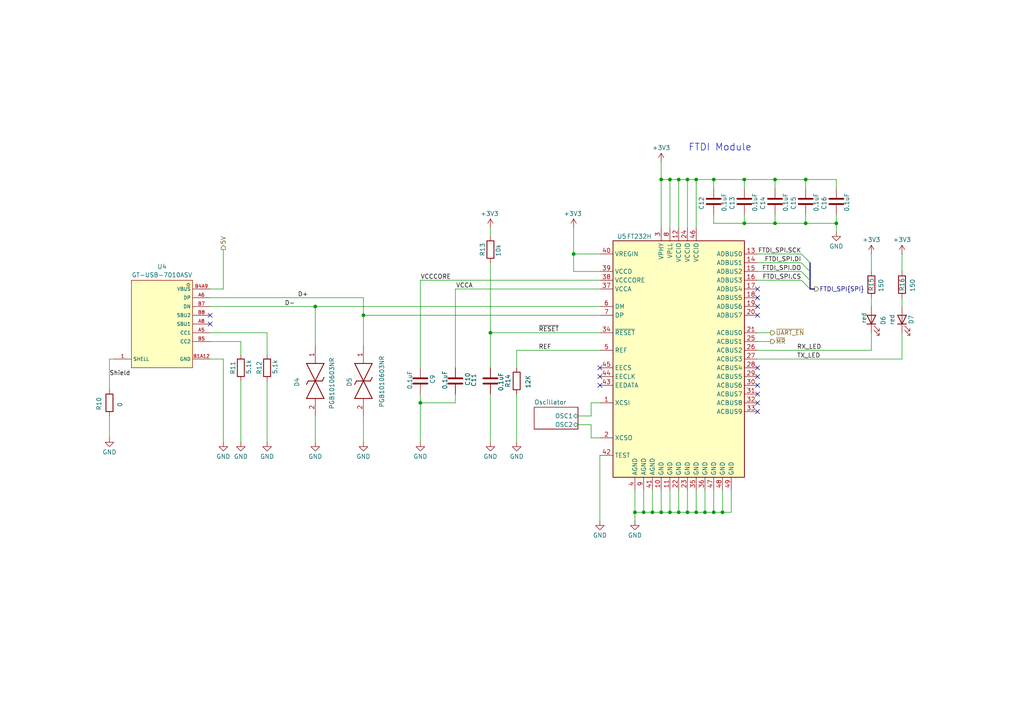
<source format=kicad_sch>
(kicad_sch (version 20231120) (generator "eeschema") (generator_version "8.0")
  (paper "A4")
  (title_block (date "2024-05-30") (rev "0.1"))
  (lib_symbols
    (symbol "Device:C" (pin_numbers hide) (pin_names (offset 0.254))
      (property "Reference" "C" (at 0.635 2.54 0))
      (property "Value" "C" (at 0.635 -2.54 0))
      (symbol "C_0_1"
        (polyline (pts (xy -2.032 -0.762) (xy 2.032 -0.762)) (stroke (width 0.508)))
        (polyline (pts (xy -2.032 0.762) (xy 2.032 0.762)) (stroke (width 0.508)))
      )
      (symbol "C_1_1"
        (pin passive line (at 0 3.81 270) (length 2.794) (name "~") (number "1"))
        (pin passive line (at 0 -3.81 90) (length 2.794) (name "~") (number "2"))
      )
    )
    (symbol "Device:LED" (pin_numbers hide) (pin_names (offset 1.016) hide)
      (property "Reference" "D" (at 0 2.54 0))
      (property "Value" "LED" (at 0 -2.54 0))
      (symbol "LED_0_1"
        (polyline (pts (xy -1.27 -1.27) (xy -1.27 1.27)) (stroke (width 0.254)))
        (polyline (pts (xy -1.27 0) (xy 1.27 0)))
        (polyline (pts (xy 1.27 -1.27) (xy 1.27 1.27) (xy -1.27 0) (xy 1.27 -1.27)) (stroke (width 0.254)))
        (polyline (pts (xy -3.048 -0.762) (xy -4.572 -2.286) (xy -3.81 -2.286) (xy -4.572 -2.286) (xy -4.572 -1.524)))
        (polyline (pts (xy -1.778 -0.762) (xy -3.302 -2.286) (xy -2.54 -2.286) (xy -3.302 -2.286) (xy -3.302 -1.524)))
      )
      (symbol "LED_1_1"
        (pin passive line (at -3.81 0 0) (length 2.54) (name "K") (number "1"))
        (pin passive line (at 3.81 0 180) (length 2.54) (name "A") (number "2"))
      )
    )
    (symbol "Device:R" (pin_numbers hide) (pin_names (offset 0))
      (property "Reference" "R" (at 2.032 0 90))
      (property "Value" "R" (at 0 0 90))
      (symbol "R_0_1"
        (rectangle (start -1.016 -2.54) (end 1.016 2.54) (stroke (width 0.254)))
      )
      (symbol "R_1_1"
        (pin passive line (at 0 3.81 270) (length 1.27) (name "~") (number "1"))
        (pin passive line (at 0 -3.81 90) (length 1.27) (name "~") (number "2"))
      )
    )
    (symbol "FABulous:FT232H"
      (property "Reference" "U" (at -19.05 35.56 0))
      (property "Value" "FT232H" (at 12.7 35.56 0))
      (symbol "FT232H_0_1"
        (rectangle (start -19.05 34.29) (end 19.05 -34.29) (stroke (width 0.254)) (fill (type background)))
      )
      (symbol "FT232H_1_1"
        (pin input line (at -22.86 -12.7 0) (length 3.81) (name "XCSI") (number "1"))
        (pin power_in line (at -5.08 -38.1 90) (length 3.81) (name "GND") (number "10"))
        (pin power_in line (at -2.54 -38.1 90) (length 3.81) (name "GND") (number "11"))
        (pin power_in line (at 0 38.1 270) (length 3.81) (name "VCCIO") (number "12"))
        (pin bidirectional line (at 22.86 30.48 180) (length 3.81) (name "ADBUS0") (number "13"))
        (pin bidirectional line (at 22.86 27.94 180) (length 3.81) (name "ADBUS1") (number "14"))
        (pin bidirectional line (at 22.86 25.4 180) (length 3.81) (name "ADBUS2") (number "15"))
        (pin bidirectional line (at 22.86 22.86 180) (length 3.81) (name "ADBUS3") (number "16"))
        (pin bidirectional line (at 22.86 20.32 180) (length 3.81) (name "ADBUS4") (number "17"))
        (pin bidirectional line (at 22.86 17.78 180) (length 3.81) (name "ADBUS5") (number "18"))
        (pin bidirectional line (at 22.86 15.24 180) (length 3.81) (name "ADBUS6") (number "19"))
        (pin output line (at -22.86 -22.86 0) (length 3.81) (name "XCSO") (number "2"))
        (pin bidirectional line (at 22.86 12.7 180) (length 3.81) (name "ADBUS7") (number "20"))
        (pin bidirectional line (at 22.86 7.62 180) (length 3.81) (name "ACBUS0") (number "21"))
        (pin power_in line (at 0 -38.1 90) (length 3.81) (name "GND") (number "22"))
        (pin power_in line (at 2.54 -38.1 90) (length 3.81) (name "GND") (number "23"))
        (pin power_in line (at 2.54 38.1 270) (length 3.81) (name "VCCIO") (number "24"))
        (pin bidirectional line (at 22.86 5.08 180) (length 3.81) (name "ACBUS1") (number "25"))
        (pin bidirectional line (at 22.86 2.54 180) (length 3.81) (name "ACBUS2") (number "26"))
        (pin bidirectional line (at 22.86 0 180) (length 3.81) (name "ACBUS3") (number "27"))
        (pin bidirectional line (at 22.86 -2.54 180) (length 3.81) (name "ACBUS4") (number "28"))
        (pin bidirectional line (at 22.86 -5.08 180) (length 3.81) (name "ACBUS5") (number "29"))
        (pin power_in line (at -5.08 38.1 270) (length 3.81) (name "VPHY") (number "3"))
        (pin bidirectional line (at 22.86 -7.62 180) (length 3.81) (name "ACBUS6") (number "30"))
        (pin bidirectional line (at 22.86 -10.16 180) (length 3.81) (name "ACBUS7") (number "31"))
        (pin bidirectional line (at 22.86 -12.7 180) (length 3.81) (name "ACBUS8") (number "32"))
        (pin bidirectional line (at 22.86 -15.24 180) (length 3.81) (name "ACBUS9") (number "33"))
        (pin input line (at -22.86 7.62 0) (length 3.81) (name "~{RESET}") (number "34"))
        (pin power_in line (at 5.08 -38.1 90) (length 3.81) (name "GND") (number "35"))
        (pin power_in line (at 7.62 -38.1 90) (length 3.81) (name "GND") (number "36"))
        (pin power_out line (at -22.86 20.32 0) (length 3.81) (name "VCCA") (number "37"))
        (pin power_out line (at -22.86 22.86 0) (length 3.81) (name "VCCCORE") (number "38"))
        (pin power_in line (at -22.86 25.4 0) (length 3.81) (name "VCCD") (number "39"))
        (pin power_in line (at -12.7 -38.1 90) (length 3.81) (name "AGND") (number "4"))
        (pin power_in line (at -22.86 30.48 0) (length 3.81) (name "VREGIN") (number "40"))
        (pin power_in line (at -7.62 -38.1 90) (length 3.81) (name "AGND") (number "41"))
        (pin input line (at -22.86 -27.94 0) (length 3.81) (name "TEST") (number "42"))
        (pin bidirectional line (at -22.86 -7.62 0) (length 3.81) (name "EEDATA") (number "43"))
        (pin input line (at -22.86 -5.08 0) (length 3.81) (name "EECLK") (number "44"))
        (pin input line (at -22.86 -2.54 0) (length 3.81) (name "EECS") (number "45"))
        (pin power_in line (at 5.08 38.1 270) (length 3.81) (name "VCCIO") (number "46"))
        (pin power_in line (at 10.16 -38.1 90) (length 3.81) (name "GND") (number "47"))
        (pin power_in line (at 12.7 -38.1 90) (length 3.81) (name "GND") (number "48"))
        (pin power_in line (at 15.24 -38.1 90) (length 3.81) (name "GND") (number "49"))
        (pin input line (at -22.86 2.54 0) (length 3.81) (name "REF") (number "5"))
        (pin bidirectional line (at -22.86 15.24 0) (length 3.81) (name "DM") (number "6"))
        (pin bidirectional line (at -22.86 12.7 0) (length 3.81) (name "DP") (number "7"))
        (pin power_in line (at -2.54 38.1 270) (length 3.81) (name "VPLL") (number "8"))
        (pin power_in line (at -10.16 -38.1 90) (length 3.81) (name "AGND") (number "9"))
      )
    )
    (symbol "PGB1010603NR:PGB1010603NR" (pin_names hide)
      (property "Reference" "D" (at 12.7 8.89 0))
      (property "Value" "PGB1010603NR" (at 12.7 6.35 0))
      (symbol "PGB1010603NR_1_1"
        (polyline (pts (xy 5.08 2.54) (xy 5.08 -2.54)) (stroke (width 0.254)))
        (polyline (pts (xy 5.08 2.54) (xy 10.16 0)) (stroke (width 0.254)))
        (polyline (pts (xy 9.144 2.54) (xy 10.16 2.032)) (stroke (width 0.254)))
        (polyline (pts (xy 10.16 -2.032) (xy 10.16 2.032)) (stroke (width 0.254)))
        (polyline (pts (xy 10.16 -2.032) (xy 11.176 -2.54)) (stroke (width 0.254)))
        (polyline (pts (xy 10.16 0) (xy 5.08 -2.54)) (stroke (width 0.254)))
        (polyline (pts (xy 10.16 0) (xy 15.24 -2.54)) (stroke (width 0.254)))
        (polyline (pts (xy 15.24 2.54) (xy 10.16 0)) (stroke (width 0.254)))
        (polyline (pts (xy 15.24 2.54) (xy 15.24 -2.54)) (stroke (width 0.254)))
        (pin passive line (at 0 0 0) (length 5.08) (name "1") (number "1"))
        (pin passive line (at 20.32 0 180) (length 5.08) (name "2") (number "2"))
      )
    )
    (symbol "easy_eda:GT-USB-7010ASV"
      (property "Reference" "U" (at 0 1.27 0))
      (property "Value" "GT-USB-7010ASV" (at 0 -2.54 0))
      (symbol "GT-USB-7010ASV_0_1"
        (rectangle (start -10.16 10.16) (end 7.62 -15.24) (fill (type background)))
        (circle (center -8.89 8.89) (radius 0.381) (fill (type background)))
      )
      (symbol "GT-USB-7010ASV_1_1"
        (pin passive line (at 12.7 -12.7 180) (length 5.08) (name "SHELL") (number "1"))
        (pin passive line (at 12.7 -12.7 180) (length 5.08) hide (name "SHELL") (number "2"))
        (pin passive line (at 12.7 -12.7 180) (length 5.08) hide (name "SHELL") (number "3"))
        (pin passive line (at 12.7 -12.7 180) (length 5.08) hide (name "SHELL") (number "4"))
        (pin passive line (at -15.24 -12.7 0) (length 5.08) hide (name "GND") (number "A1B12"))
        (pin passive line (at -15.24 7.62 0) (length 5.08) hide (name "VBUS") (number "A4B9"))
        (pin passive line (at -15.24 -5.08 0) (length 5.08) (name "CC1") (number "A5"))
        (pin bidirectional line (at -15.24 5.08 0) (length 5.08) (name "DP") (number "A6"))
        (pin bidirectional line (at -15.24 2.54 0) (length 5.08) hide (name "DN1") (number "A7"))
        (pin passive line (at -15.24 -2.54 0) (length 5.08) (name "SBU1") (number "A8"))
        (pin power_out line (at -15.24 -12.7 0) (length 5.08) (name "GND") (number "B1A12"))
        (pin power_out line (at -15.24 7.62 0) (length 5.08) (name "VBUS") (number "B4A9"))
        (pin passive line (at -15.24 -7.62 0) (length 5.08) (name "CC2") (number "B5"))
        (pin bidirectional line (at -15.24 5.08 0) (length 5.08) hide (name "DP2") (number "B6"))
        (pin bidirectional line (at -15.24 2.54 0) (length 5.08) (name "DN") (number "B7"))
        (pin passive line (at -15.24 0 0) (length 5.08) (name "SBU2") (number "B8"))
      )
    )
    (symbol "power:+3V3" (power) (pin_numbers hide) (pin_names (offset 0) hide)
      (property "Value" "+3V3" (at 0 3.556 0))
      (symbol "+3V3_0_1"
        (polyline (pts (xy -0.762 1.27) (xy 0 2.54)))
        (polyline (pts (xy 0 0) (xy 0 2.54)))
        (polyline (pts (xy 0 2.54) (xy 0.762 1.27)))
      )
      (symbol "+3V3_1_1"
        (pin power_in line (at 0 0 90) (length 0) (name "~") (number "1"))
      )
    )
    (symbol "power:GND" (power) (pin_numbers hide) (pin_names (offset 0) hide)
      (property "Value" "GND" (at 0 -3.81 0))
      (symbol "GND_0_1"
        (polyline (pts (xy 0 0) (xy 0 -1.27) (xy 1.27 -1.27) (xy 0 -2.54) (xy -1.27 -1.27) (xy 0 -1.27)))
      )
      (symbol "GND_1_1"
        (pin power_in line (at 0 0 270) (length 0) (name "~") (number "1"))
      )
    )
  )
  (junction (at 191.77 52.07))
  (junction (at 91.44 88.9))
  (junction (at 201.93 52.07))
  (junction (at 233.68 52.07))
  (junction (at 184.15 148.59))
  (junction (at 209.55 148.59))
  (junction (at 166.37 73.66))
  (junction (at 196.85 52.07))
  (junction (at 242.57 64.77))
  (junction (at 191.77 148.59))
  (junction (at 194.31 52.07))
  (junction (at 186.69 148.59))
  (junction (at 204.47 148.59))
  (junction (at 105.41 91.44))
  (junction (at 201.93 148.59))
  (junction (at 196.85 148.59))
  (junction (at 207.01 52.07))
  (junction (at 199.39 52.07))
  (junction (at 215.9 52.07))
  (junction (at 142.24 96.52))
  (junction (at 224.79 64.77))
  (junction (at 207.01 148.59))
  (junction (at 194.31 148.59))
  (junction (at 121.92 116.84))
  (junction (at 189.23 148.59))
  (junction (at 199.39 148.59))
  (junction (at 224.79 52.07))
  (junction (at 233.68 64.77))
  (junction (at 215.9 64.77))
  (no_connect (at 219.71 116.84))
  (no_connect (at 219.71 83.82))
  (no_connect (at 219.71 111.76))
  (no_connect (at 60.96 91.44))
  (no_connect (at 173.99 109.22))
  (no_connect (at 219.71 119.38))
  (no_connect (at 219.71 88.9))
  (no_connect (at 173.99 111.76))
  (no_connect (at 219.71 114.3))
  (no_connect (at 219.71 106.68))
  (no_connect (at 60.96 93.98))
  (no_connect (at 173.99 106.68))
  (no_connect (at 219.71 91.44))
  (no_connect (at 219.71 109.22))
  (no_connect (at 219.71 86.36))
  (bus_entry (at 232.41 78.74) (size 2.54 2.54))
  (bus_entry (at 232.41 81.28) (size 2.54 2.54))
  (bus_entry (at 232.41 76.2) (size 2.54 2.54))
  (bus_entry (at 232.41 73.66) (size 2.54 2.54))
  (wire (pts (xy 215.9 52.07) (xy 224.79 52.07)))
  (wire (pts (xy 149.86 106.68) (xy 149.86 101.6)))
  (wire (pts (xy 189.23 148.59) (xy 191.77 148.59)))
  (wire (pts (xy 91.44 88.9) (xy 91.44 100.33)))
  (wire (pts (xy 105.41 120.65) (xy 105.41 128.27)))
  (wire (pts (xy 142.24 76.2) (xy 142.24 96.52)))
  (wire (pts (xy 91.44 120.65) (xy 91.44 128.27)))
  (wire (pts (xy 60.96 83.82) (xy 64.77 83.82)))
  (wire (pts (xy 212.09 142.24) (xy 212.09 148.59)))
  (wire (pts (xy 105.41 91.44) (xy 173.99 91.44)))
  (wire (pts (xy 69.85 110.49) (xy 69.85 128.27)))
  (wire (pts (xy 166.37 73.66) (xy 173.99 73.66)))
  (wire (pts (xy 252.73 73.66) (xy 252.73 78.74)))
  (wire (pts (xy 132.08 83.82) (xy 173.99 83.82)))
  (wire (pts (xy 261.62 86.36) (xy 261.62 88.9)))
  (wire (pts (xy 212.09 148.59) (xy 209.55 148.59)))
  (wire (pts (xy 171.45 116.84) (xy 173.99 116.84)))
  (wire (pts (xy 215.9 64.77) (xy 224.79 64.77)))
  (wire (pts (xy 224.79 64.77) (xy 233.68 64.77)))
  (wire (pts (xy 224.79 62.23) (xy 224.79 64.77)))
  (wire (pts (xy 69.85 99.06) (xy 60.96 99.06)))
  (wire (pts (xy 233.68 64.77) (xy 242.57 64.77)))
  (wire (pts (xy 77.47 96.52) (xy 77.47 102.87)))
  (bus (pts (xy 234.95 81.28) (xy 234.95 83.82)))
  (wire (pts (xy 60.96 104.14) (xy 64.77 104.14)))
  (wire (pts (xy 196.85 142.24) (xy 196.85 148.59)))
  (wire (pts (xy 232.41 81.28) (xy 219.71 81.28)))
  (wire (pts (xy 242.57 52.07) (xy 242.57 54.61)))
  (wire (pts (xy 142.24 114.3) (xy 142.24 128.27)))
  (wire (pts (xy 121.92 81.28) (xy 121.92 106.68)))
  (wire (pts (xy 232.41 76.2) (xy 219.71 76.2)))
  (wire (pts (xy 184.15 148.59) (xy 186.69 148.59)))
  (wire (pts (xy 191.77 142.24) (xy 191.77 148.59)))
  (wire (pts (xy 215.9 62.23) (xy 215.9 64.77)))
  (wire (pts (xy 219.71 101.6) (xy 252.73 101.6)))
  (wire (pts (xy 31.75 104.14) (xy 31.75 113.03)))
  (wire (pts (xy 31.75 120.65) (xy 31.75 127)))
  (wire (pts (xy 194.31 142.24) (xy 194.31 148.59)))
  (wire (pts (xy 191.77 52.07) (xy 191.77 66.04)))
  (wire (pts (xy 91.44 88.9) (xy 173.99 88.9)))
  (wire (pts (xy 167.64 123.19) (xy 171.45 123.19)))
  (wire (pts (xy 149.86 101.6) (xy 173.99 101.6)))
  (wire (pts (xy 252.73 101.6) (xy 252.73 96.52)))
  (bus (pts (xy 234.95 83.82) (xy 236.22 83.82)))
  (wire (pts (xy 252.73 86.36) (xy 252.73 88.9)))
  (wire (pts (xy 215.9 64.77) (xy 207.01 64.77)))
  (wire (pts (xy 215.9 54.61) (xy 215.9 52.07)))
  (wire (pts (xy 171.45 123.19) (xy 171.45 127)))
  (wire (pts (xy 242.57 64.77) (xy 242.57 62.23)))
  (wire (pts (xy 191.77 148.59) (xy 194.31 148.59)))
  (wire (pts (xy 201.93 52.07) (xy 201.93 66.04)))
  (wire (pts (xy 171.45 127) (xy 173.99 127)))
  (wire (pts (xy 194.31 52.07) (xy 194.31 66.04)))
  (wire (pts (xy 121.92 116.84) (xy 121.92 128.27)))
  (wire (pts (xy 204.47 148.59) (xy 201.93 148.59)))
  (wire (pts (xy 121.92 114.3) (xy 121.92 116.84)))
  (wire (pts (xy 132.08 106.68) (xy 132.08 83.82)))
  (wire (pts (xy 224.79 54.61) (xy 224.79 52.07)))
  (wire (pts (xy 233.68 62.23) (xy 233.68 64.77)))
  (wire (pts (xy 196.85 52.07) (xy 199.39 52.07)))
  (bus (pts (xy 234.95 76.2) (xy 234.95 78.74)))
  (wire (pts (xy 242.57 64.77) (xy 242.57 67.31)))
  (wire (pts (xy 132.08 116.84) (xy 132.08 114.3)))
  (bus (pts (xy 234.95 78.74) (xy 234.95 81.28)))
  (wire (pts (xy 69.85 102.87) (xy 69.85 99.06)))
  (wire (pts (xy 219.71 99.06) (xy 223.52 99.06)))
  (wire (pts (xy 60.96 88.9) (xy 91.44 88.9)))
  (wire (pts (xy 199.39 142.24) (xy 199.39 148.59)))
  (wire (pts (xy 201.93 148.59) (xy 199.39 148.59)))
  (wire (pts (xy 142.24 106.68) (xy 142.24 96.52)))
  (wire (pts (xy 199.39 52.07) (xy 201.93 52.07)))
  (wire (pts (xy 261.62 73.66) (xy 261.62 78.74)))
  (wire (pts (xy 64.77 104.14) (xy 64.77 128.27)))
  (wire (pts (xy 173.99 151.13) (xy 173.99 132.08)))
  (wire (pts (xy 201.93 52.07) (xy 207.01 52.07)))
  (wire (pts (xy 233.68 52.07) (xy 233.68 54.61)))
  (wire (pts (xy 173.99 81.28) (xy 121.92 81.28)))
  (wire (pts (xy 166.37 73.66) (xy 166.37 78.74)))
  (wire (pts (xy 207.01 64.77) (xy 207.01 62.23)))
  (wire (pts (xy 184.15 142.24) (xy 184.15 148.59)))
  (wire (pts (xy 105.41 86.36) (xy 105.41 91.44)))
  (wire (pts (xy 60.96 96.52) (xy 77.47 96.52)))
  (wire (pts (xy 60.96 86.36) (xy 105.41 86.36)))
  (wire (pts (xy 219.71 104.14) (xy 261.62 104.14)))
  (wire (pts (xy 142.24 66.04) (xy 142.24 68.58)))
  (wire (pts (xy 142.24 96.52) (xy 173.99 96.52)))
  (wire (pts (xy 194.31 148.59) (xy 196.85 148.59)))
  (wire (pts (xy 186.69 142.24) (xy 186.69 148.59)))
  (wire (pts (xy 196.85 52.07) (xy 196.85 66.04)))
  (wire (pts (xy 219.71 96.52) (xy 223.52 96.52)))
  (wire (pts (xy 184.15 151.13) (xy 184.15 148.59)))
  (wire (pts (xy 33.02 104.14) (xy 31.75 104.14)))
  (wire (pts (xy 215.9 52.07) (xy 207.01 52.07)))
  (wire (pts (xy 209.55 142.24) (xy 209.55 148.59)))
  (wire (pts (xy 196.85 148.59) (xy 199.39 148.59)))
  (wire (pts (xy 189.23 142.24) (xy 189.23 148.59)))
  (wire (pts (xy 199.39 52.07) (xy 199.39 66.04)))
  (wire (pts (xy 191.77 46.99) (xy 191.77 52.07)))
  (wire (pts (xy 232.41 78.74) (xy 219.71 78.74)))
  (wire (pts (xy 233.68 52.07) (xy 242.57 52.07)))
  (wire (pts (xy 121.92 116.84) (xy 132.08 116.84)))
  (wire (pts (xy 201.93 142.24) (xy 201.93 148.59)))
  (wire (pts (xy 171.45 116.84) (xy 171.45 120.65)))
  (wire (pts (xy 204.47 142.24) (xy 204.47 148.59)))
  (wire (pts (xy 149.86 114.3) (xy 149.86 128.27)))
  (wire (pts (xy 209.55 148.59) (xy 207.01 148.59)))
  (wire (pts (xy 261.62 104.14) (xy 261.62 96.52)))
  (wire (pts (xy 194.31 52.07) (xy 196.85 52.07)))
  (wire (pts (xy 191.77 52.07) (xy 194.31 52.07)))
  (wire (pts (xy 186.69 148.59) (xy 189.23 148.59)))
  (wire (pts (xy 167.64 120.65) (xy 171.45 120.65)))
  (wire (pts (xy 207.01 52.07) (xy 207.01 54.61)))
  (wire (pts (xy 207.01 142.24) (xy 207.01 148.59)))
  (wire (pts (xy 224.79 52.07) (xy 233.68 52.07)))
  (wire (pts (xy 166.37 78.74) (xy 173.99 78.74)))
  (wire (pts (xy 77.47 110.49) (xy 77.47 128.27)))
  (wire (pts (xy 105.41 91.44) (xy 105.41 100.33)))
  (wire (pts (xy 232.41 73.66) (xy 219.71 73.66)))
  (wire (pts (xy 64.77 72.39) (xy 64.77 83.82)))
  (wire (pts (xy 207.01 148.59) (xy 204.47 148.59)))
  (wire (pts (xy 166.37 66.04) (xy 166.37 73.66)))
  (text "FTDI Module\n\n" (at 199.644 47.244 0) (effects (font (size 2 2)) (justify left bottom)))
  (label "Shield" (at 31.75 109.22 0))
  (label "TX_LED" (at 231.14 104.14 0))
  (label "~{RESET}" (at 156.21 96.52 0))
  (label "FTDI_SPI.SCK" (at 232.41 73.66 180))
  (label "FTDI_SPI.DI" (at 232.41 76.2 180))
  (label "D-" (at 82.55 88.9 0))
  (label "RX_LED" (at 231.14 101.6 0))
  (label "REF" (at 156.21 101.6 0))
  (label "FTDI_SPI.CS" (at 232.41 81.28 180))
  (label "D+" (at 86.36 86.36 0))
  (label "FTDI_SPI.DO" (at 232.41 78.74 180))
  (label "VCCCORE" (at 130.81 81.28 180))
  (label "VCCA" (at 137.16 83.82 180))
  (hierarchical_label "~{MR}" (shape output) (at 223.52 99.06 0))
  (hierarchical_label "~{UART_EN}" (shape output) (at 223.52 96.52 0))
  (hierarchical_label "FTDI_SPI{SPI}" (shape output) (at 236.22 83.82 0))
  (hierarchical_label "5V" (shape output) (at 64.77 72.39 90))
  (symbol (lib_id "Device:R") (at 142.24 72.39 0) (unit 1)
    (property "Reference" "R13" (at 139.954 72.39 90))
    (property "Value" "10k " (at 144.526 72.136 90))
    (property "Footprint" "Resistor_SMD:R_0805_2012Metric" (effects (hide yes)))
    (property "Description" "Resistor" (effects (hide yes)))
  )
  (symbol (lib_id "Device:C") (at 142.24 110.49 180) (unit 1)
    (property "Reference" "C11" (at 137.414 110.236 90))
    (property "Value" "0.1uF" (at 145.288 110.744 90))
    (property "Footprint" "Capacitor_SMD:C_0805_2012Metric" (effects (hide yes)))
    (property "Description" "Unpolarized capacitor" (effects (hide yes)))
  )
  (symbol (lib_id "power:GND") (at 77.47 128.27 0) (unit 1)
    (property "Reference" "#PWR029" (effects (hide yes)))
    (property "Value" "GND" (at 77.47 132.4031 0))
    (property "Description" "Power symbol creates a global label with name \"GND\" , ground" (effects (hide yes)))
  )
  (symbol (lib_id "Device:R") (at 69.85 106.68 0) (unit 1)
    (property "Reference" "R11" (at 67.564 106.68 90))
    (property "Value" "5.1k" (at 72.136 106.426 90))
    (property "Footprint" "Resistor_SMD:R_0805_2012Metric" (effects (hide yes)))
    (property "Description" "Resistor" (effects (hide yes)))
  )
  (symbol (lib_id "power:GND") (at 142.24 128.27 0) (unit 1)
    (property "Reference" "#PWR034" (effects (hide yes)))
    (property "Value" "GND" (at 142.24 132.4031 0))
    (property "Description" "Power symbol creates a global label with name \"GND\" , ground" (effects (hide yes)))
  )
  (symbol (lib_id "power:+3V3") (at 142.24 66.04 0) (unit 1)
    (property "Reference" "#PWR033" (effects (hide yes)))
    (property "Value" "+3V3" (at 141.986 61.976 0))
    (property "Description" "Power symbol creates a global label with name \"+3V3\"" (effects (hide yes)))
  )
  (symbol (lib_id "power:GND") (at 105.41 128.27 0) (unit 1)
    (property "Reference" "#PWR031" (effects (hide yes)))
    (property "Value" "GND" (at 105.41 132.4031 0))
    (property "Description" "Power symbol creates a global label with name \"GND\" , ground" (effects (hide yes)))
  )
  (symbol (lib_id "power:GND") (at 91.44 128.27 0) (unit 1)
    (property "Reference" "#PWR030" (effects (hide yes)))
    (property "Value" "GND" (at 91.44 132.4031 0))
    (property "Description" "Power symbol creates a global label with name \"GND\" , ground" (effects (hide yes)))
  )
  (symbol (lib_id "power:GND") (at 121.92 128.27 0) (unit 1)
    (property "Reference" "#PWR032" (effects (hide yes)))
    (property "Value" "GND" (at 121.92 132.4031 0))
    (property "Description" "Power symbol creates a global label with name \"GND\" , ground" (effects (hide yes)))
  )
  (symbol (lib_id "PGB1010603NR:PGB1010603NR") (at 91.44 100.33 270) (unit 1)
    (property "Reference" "D4" (at 86.106 109.474 0) (effects (justify left)))
    (property "Value" "PGB1010603NR" (at 96.266 103.632 0) (effects (justify left)))
    (property "Footprint" "easy_eda:D0603-BI" (effects (hide yes)))
    (property "Datasheet" "https://www.littelfuse.com/data/en/data_sheets/littelfuse_pulseguard-esd_pgb1.pdf" (effects (hide yes)))
    (property "Description" "ESD Suppressors / TVS Diodes 0603 24VDC .06pF" (effects (hide yes)))
    (property "Height" "0.36" (effects (hide yes)))
    (property "Manufacturer_Name" "LITTELFUSE" (effects (hide yes)))
    (property "Manufacturer_Part_Number" "PGB1010603NR" (effects (hide yes)))
    (property "Mouser Part Number" "576-PGB1010603NR" (effects (hide yes)))
    (property "Mouser Price/Stock" "https://www.mouser.co.uk/ProductDetail/Littelfuse/PGB1010603NR?qs=gu7KAQ731UTJOoBJUwB8FA%3D%3D" (effects (hide yes)))
    (property "Arrow Part Number" "PGB1010603NR" (effects (hide yes)))
    (property "Arrow Price/Stock" "https://www.arrow.com/en/products/pgb1010603nr/littelfuse?region=nac" (effects (hide yes)))
  )
  (symbol (lib_id "Device:R") (at 77.47 106.68 0) (unit 1)
    (property "Reference" "R12" (at 75.184 106.68 90))
    (property "Value" "5.1k" (at 79.756 106.426 90))
    (property "Footprint" "Resistor_SMD:R_0805_2012Metric" (effects (hide yes)))
    (property "Description" "Resistor" (effects (hide yes)))
  )
  (symbol (lib_id "power:+3V3") (at 252.73 73.66 0) (unit 1)
    (property "Reference" "#PWR041" (effects (hide yes)))
    (property "Value" "+3V3" (at 252.73 69.5269 0))
    (property "Description" "Power symbol creates a global label with name \"+3V3\"" (effects (hide yes)))
  )
  (symbol (lib_id "Device:C") (at 121.92 110.49 0) (unit 1)
    (property "Reference" "C9" (at 125.476 109.982 90))
    (property "Value" "0.1uF" (at 118.872 110.236 90))
    (property "Footprint" "Capacitor_SMD:C_0805_2012Metric" (effects (hide yes)))
    (property "Description" "Unpolarized capacitor" (effects (hide yes)))
  )
  (symbol (lib_id "power:GND") (at 69.85 128.27 0) (unit 1)
    (property "Reference" "#PWR028" (effects (hide yes)))
    (property "Value" "GND" (at 69.85 132.4031 0))
    (property "Description" "Power symbol creates a global label with name \"GND\" , ground" (effects (hide yes)))
  )
  (symbol (lib_id "power:GND") (at 184.15 151.13 0) (unit 1)
    (property "Reference" "#PWR038" (effects (hide yes)))
    (property "Value" "GND" (at 184.15 155.2631 0))
    (property "Description" "Power symbol creates a global label with name \"GND\" , ground" (effects (hide yes)))
  )
  (symbol (lib_id "Device:R") (at 252.73 82.55 180) (unit 1)
    (property "Reference" "R15" (at 252.73 82.55 90))
    (property "Value" "150" (at 255.524 82.804 90))
    (property "Footprint" "Resistor_SMD:R_0805_2012Metric" (effects (hide yes)))
    (property "Description" "Resistor" (effects (hide yes)))
  )
  (symbol (lib_id "Device:C") (at 132.08 110.49 0) (unit 1)
    (property "Reference" "C10" (at 135.636 109.982 90))
    (property "Value" "0.1uF" (at 129.032 110.236 90))
    (property "Footprint" "Capacitor_SMD:C_0805_2012Metric" (effects (hide yes)))
    (property "Description" "Unpolarized capacitor" (effects (hide yes)))
  )
  (symbol (lib_id "Device:R") (at 261.62 82.55 180) (unit 1)
    (property "Reference" "R16" (at 261.62 82.55 90))
    (property "Value" "150 " (at 264.668 82.296 90))
    (property "Footprint" "Resistor_SMD:R_0805_2012Metric" (effects (hide yes)))
    (property "Description" "Resistor" (effects (hide yes)))
  )
  (symbol (lib_id "easy_eda:GT-USB-7010ASV") (at 45.72 91.44 0) (mirror y) (unit 1)
    (property "Reference" "U4" (at 46.99 77.3317 0))
    (property "Value" "GT-USB-7010ASV" (at 46.99 79.756 0))
    (property "Footprint" "easy_eda:USB-C-SMD_G-SWITCH_GT-USB-7010ASV" (effects (hide yes)))
    (property "Datasheet" "https://atta.szlcsc.com/upload/public/pdf/source/20220407/8043DBBC37E1BDE9D4FD36EE7A4A9BB9.pdf" (effects (hide yes)))
    (property "LCSC" "C2988369" (effects (hide yes)))
  )
  (symbol (lib_id "Device:LED") (at 252.73 92.71 90) (unit 1)
    (property "Reference" "D6" (at 256.159 92.964 0))
    (property "Value" "red" (at 250.571 92.202 0))
    (property "Footprint" "LED_SMD:LED_1206_3216Metric" (effects (hide yes)))
    (property "Description" "Light emitting diode" (effects (hide yes)))
  )
  (symbol (lib_id "power:+3V3") (at 166.37 66.04 0) (unit 1)
    (property "Reference" "#PWR036" (effects (hide yes)))
    (property "Value" "+3V3" (at 166.116 61.976 0))
    (property "Description" "Power symbol creates a global label with name \"+3V3\"" (effects (hide yes)))
  )
  (symbol (lib_id "Device:LED") (at 261.62 92.71 90) (unit 1)
    (property "Reference" "D7" (at 264.287 92.71 0))
    (property "Value" "red" (at 258.699 92.71 0))
    (property "Footprint" "LED_SMD:LED_1206_3216Metric" (effects (hide yes)))
    (property "Description" "Light emitting diode" (effects (hide yes)))
  )
  (symbol (lib_id "power:GND") (at 173.99 151.13 0) (unit 1)
    (property "Reference" "#PWR037" (effects (hide yes)))
    (property "Value" "GND" (at 173.99 155.2631 0))
    (property "Description" "Power symbol creates a global label with name \"GND\" , ground" (effects (hide yes)))
  )
  (symbol (lib_id "power:GND") (at 64.77 128.27 0) (unit 1)
    (property "Reference" "#PWR027" (effects (hide yes)))
    (property "Value" "GND" (at 64.77 132.4031 0))
    (property "Description" "Power symbol creates a global label with name \"GND\" , ground" (effects (hide yes)))
  )
  (symbol (lib_id "power:GND") (at 242.57 67.31 0) (unit 1)
    (property "Reference" "#PWR040" (effects (hide yes)))
    (property "Value" "GND" (at 242.57 71.4431 0))
    (property "Description" "Power symbol creates a global label with name \"GND\" , ground" (effects (hide yes)))
  )
  (symbol (lib_id "FABulous:FT232H") (at 196.85 104.14 0) (unit 1)
    (property "Reference" "U5" (at 180.34 68.58 0))
    (property "Value" "FT232H" (at 185.42 68.58 0))
    (property "Footprint" "Package_DFN_QFN:QFN-48-1EP_8x8mm_P0.5mm_EP6.2x6.2mm" (effects (hide yes)))
    (property "Datasheet" "https://www.ftdichip.com/Support/Documents/DataSheets/ICs/DS_FT232H.pdf" (effects (hide yes)))
    (property "Description" "Hi Speed Single Channel USB UART/FIFO, LQFP/QFN-48" (effects (hide yes)))
  )
  (symbol (lib_id "Device:C") (at 242.57 58.42 180) (unit 1)
    (property "Reference" "C16" (at 239.014 58.928 90))
    (property "Value" "0.1uF" (at 245.618 58.674 90))
    (property "Footprint" "Capacitor_SMD:C_0805_2012Metric" (effects (hide yes)))
    (property "Description" "Unpolarized capacitor" (effects (hide yes)))
  )
  (symbol (lib_id "Device:C") (at 224.79 58.42 180) (unit 1)
    (property "Reference" "C14" (at 221.234 58.928 90))
    (property "Value" "0.1uF" (at 227.838 58.674 90))
    (property "Footprint" "Capacitor_SMD:C_0805_2012Metric" (effects (hide yes)))
    (property "Description" "Unpolarized capacitor" (effects (hide yes)))
  )
  (symbol (lib_id "power:+3V3") (at 191.77 46.99 0) (unit 1)
    (property "Reference" "#PWR039" (effects (hide yes)))
    (property "Value" "+3V3" (at 191.77 42.8569 0))
    (property "Description" "Power symbol creates a global label with name \"+3V3\"" (effects (hide yes)))
  )
  (symbol (lib_id "Device:R") (at 149.86 110.49 180) (unit 1)
    (property "Reference" "R14" (at 147.32 110.49 90))
    (property "Value" "12K " (at 153.162 110.236 90))
    (property "Footprint" "Resistor_SMD:R_0805_2012Metric" (effects (hide yes)))
    (property "Description" "Resistor" (effects (hide yes)))
  )
  (symbol (lib_id "power:GND") (at 149.86 128.27 0) (unit 1)
    (property "Reference" "#PWR035" (effects (hide yes)))
    (property "Value" "GND" (at 149.86 132.4031 0))
    (property "Description" "Power symbol creates a global label with name \"GND\" , ground" (effects (hide yes)))
  )
  (symbol (lib_id "Device:C") (at 207.01 58.42 180) (unit 1)
    (property "Reference" "C12" (at 203.454 58.928 90))
    (property "Value" "0.1uF" (at 210.058 58.674 90))
    (property "Footprint" "Capacitor_SMD:C_0805_2012Metric" (effects (hide yes)))
    (property "Description" "Unpolarized capacitor" (effects (hide yes)))
  )
  (symbol (lib_id "Device:C") (at 233.68 58.42 180) (unit 1)
    (property "Reference" "C15" (at 230.124 58.928 90))
    (property "Value" "0.1uF" (at 236.728 58.674 90))
    (property "Footprint" "Capacitor_SMD:C_0805_2012Metric" (effects (hide yes)))
    (property "Description" "Unpolarized capacitor" (effects (hide yes)))
  )
  (symbol (lib_id "PGB1010603NR:PGB1010603NR") (at 105.41 100.33 270) (unit 1)
    (property "Reference" "D5" (at 101.346 109.474 0) (effects (justify left)))
    (property "Value" "PGB1010603NR" (at 110.744 103.124 0) (effects (justify left)))
    (property "Footprint" "easy_eda:D0603-BI" (effects (hide yes)))
    (property "Datasheet" "https://www.littelfuse.com/data/en/data_sheets/littelfuse_pulseguard-esd_pgb1.pdf" (effects (hide yes)))
    (property "Description" "ESD Suppressors / TVS Diodes 0603 24VDC .06pF" (effects (hide yes)))
    (property "Height" "0.36" (effects (hide yes)))
    (property "Manufacturer_Name" "LITTELFUSE" (effects (hide yes)))
    (property "Manufacturer_Part_Number" "PGB1010603NR" (effects (hide yes)))
    (property "Mouser Part Number" "576-PGB1010603NR" (effects (hide yes)))
    (property "Mouser Price/Stock" "https://www.mouser.co.uk/ProductDetail/Littelfuse/PGB1010603NR?qs=gu7KAQ731UTJOoBJUwB8FA%3D%3D" (effects (hide yes)))
    (property "Arrow Part Number" "PGB1010603NR" (effects (hide yes)))
    (property "Arrow Price/Stock" "https://www.arrow.com/en/products/pgb1010603nr/littelfuse?region=nac" (effects (hide yes)))
  )
  (symbol (lib_id "power:+3V3") (at 261.62 73.66 0) (unit 1)
    (property "Reference" "#PWR042" (effects (hide yes)))
    (property "Value" "+3V3" (at 261.62 69.5269 0))
    (property "Description" "Power symbol creates a global label with name \"+3V3\"" (effects (hide yes)))
  )
  (symbol (lib_id "power:GND") (at 31.75 127 0) (unit 1)
    (property "Reference" "#PWR026" (effects (hide yes)))
    (property "Value" "GND" (at 31.75 131.1331 0))
    (property "Description" "Power symbol creates a global label with name \"GND\" , ground" (effects (hide yes)))
  )
  (symbol (lib_id "Device:C") (at 215.9 58.42 180) (unit 1)
    (property "Reference" "C13" (at 212.344 58.928 90))
    (property "Value" "0.1uF" (at 218.948 58.674 90))
    (property "Footprint" "Capacitor_SMD:C_0805_2012Metric" (effects (hide yes)))
    (property "Description" "Unpolarized capacitor" (effects (hide yes)))
  )
  (symbol (lib_id "Device:R") (at 31.75 116.84 0) (unit 1)
    (property "Reference" "R10" (at 28.702 117.094 90))
    (property "Value" "0" (at 34.798 117.348 90))
    (property "Footprint" "Resistor_SMD:R_0805_2012Metric" (effects (hide yes)))
    (property "Description" "Resistor" (effects (hide yes)))
  )
  (sheet (at 154.94 118.11) (size 12.7 6.35) (stroke (width 0.1524))
    (property "Sheetname" "Oscillator" (at 154.94 117.3984 0) (effects (justify left bottom)))
    (property "Sheetfile" "oscillator.kicad_sch" (effects (hide yes)))
    (pin "OSC1" bidirectional (at 167.64 120.65 0))
    (pin "OSC2" bidirectional (at 167.64 123.19 0))
  )
)
</source>
